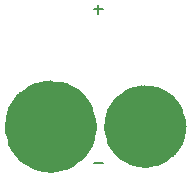
<source format=gto>
G04 #@! TF.FileFunction,Legend,Top*
%FSLAX46Y46*%
G04 Gerber Fmt 4.6, Leading zero omitted, Abs format (unit mm)*
G04 Created by KiCad (PCBNEW 4.0.1-3.201512221402+6198~38~ubuntu14.04.1-stable) date Tue 01 Mar 2016 11:06:45 AM PST*
%MOMM*%
G01*
G04 APERTURE LIST*
%ADD10C,0.100000*%
%ADD11C,5.000000*%
%ADD12C,0.150000*%
G04 APERTURE END LIST*
D10*
D11*
X128914214Y-93500000D02*
G75*
G03X128914214Y-93500000I-1414214J0D01*
G01*
X136500000Y-93500000D02*
G75*
G03X136500000Y-93500000I-1000000J0D01*
G01*
D12*
X131119048Y-83571429D02*
X131880953Y-83571429D01*
X131500001Y-83952381D02*
X131500001Y-83190476D01*
X131119048Y-96571429D02*
X131880953Y-96571429D01*
M02*

</source>
